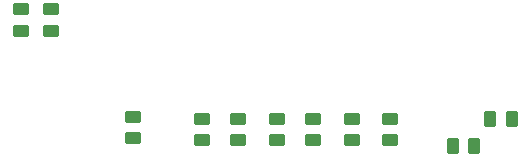
<source format=gtp>
G04 #@! TF.GenerationSoftware,KiCad,Pcbnew,7.0.0-da2b9df05c~163~ubuntu22.04.1*
G04 #@! TF.CreationDate,2023-03-12T18:50:27+00:00*
G04 #@! TF.ProjectId,mt32pipico,6d743332-7069-4706-9963-6f2e6b696361,rev?*
G04 #@! TF.SameCoordinates,Original*
G04 #@! TF.FileFunction,Paste,Top*
G04 #@! TF.FilePolarity,Positive*
%FSLAX46Y46*%
G04 Gerber Fmt 4.6, Leading zero omitted, Abs format (unit mm)*
G04 Created by KiCad (PCBNEW 7.0.0-da2b9df05c~163~ubuntu22.04.1) date 2023-03-12 18:50:27*
%MOMM*%
%LPD*%
G01*
G04 APERTURE LIST*
G04 Aperture macros list*
%AMRoundRect*
0 Rectangle with rounded corners*
0 $1 Rounding radius*
0 $2 $3 $4 $5 $6 $7 $8 $9 X,Y pos of 4 corners*
0 Add a 4 corners polygon primitive as box body*
4,1,4,$2,$3,$4,$5,$6,$7,$8,$9,$2,$3,0*
0 Add four circle primitives for the rounded corners*
1,1,$1+$1,$2,$3*
1,1,$1+$1,$4,$5*
1,1,$1+$1,$6,$7*
1,1,$1+$1,$8,$9*
0 Add four rect primitives between the rounded corners*
20,1,$1+$1,$2,$3,$4,$5,0*
20,1,$1+$1,$4,$5,$6,$7,0*
20,1,$1+$1,$6,$7,$8,$9,0*
20,1,$1+$1,$8,$9,$2,$3,0*%
G04 Aperture macros list end*
%ADD10RoundRect,0.250000X0.262500X0.450000X-0.262500X0.450000X-0.262500X-0.450000X0.262500X-0.450000X0*%
%ADD11RoundRect,0.250000X-0.450000X0.262500X-0.450000X-0.262500X0.450000X-0.262500X0.450000X0.262500X0*%
%ADD12RoundRect,0.250000X0.450000X-0.262500X0.450000X0.262500X-0.450000X0.262500X-0.450000X-0.262500X0*%
G04 APERTURE END LIST*
D10*
X235735500Y-74803000D03*
X233910500Y-74803000D03*
X232560500Y-77089000D03*
X230735500Y-77089000D03*
D11*
X203708000Y-74629000D03*
X203708000Y-76454000D03*
X218948000Y-74779500D03*
X218948000Y-76604500D03*
X222250000Y-74779500D03*
X222250000Y-76604500D03*
X215900000Y-74779500D03*
X215900000Y-76604500D03*
D12*
X194183000Y-67333500D03*
X194183000Y-65508500D03*
X196723000Y-67333500D03*
X196723000Y-65508500D03*
D11*
X209550000Y-74779500D03*
X209550000Y-76604500D03*
X225425000Y-74779500D03*
X225425000Y-76604500D03*
X212598000Y-74779500D03*
X212598000Y-76604500D03*
M02*

</source>
